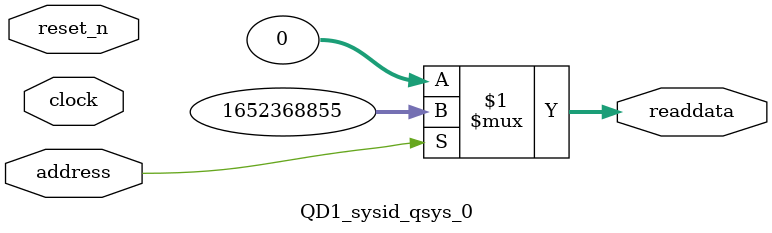
<source format=v>



// synthesis translate_off
`timescale 1ns / 1ps
// synthesis translate_on

// turn off superfluous verilog processor warnings 
// altera message_level Level1 
// altera message_off 10034 10035 10036 10037 10230 10240 10030 

module QD1_sysid_qsys_0 (
               // inputs:
                address,
                clock,
                reset_n,

               // outputs:
                readdata
             )
;

  output  [ 31: 0] readdata;
  input            address;
  input            clock;
  input            reset_n;

  wire    [ 31: 0] readdata;
  //control_slave, which is an e_avalon_slave
  assign readdata = address ? 1652368855 : 0;

endmodule




</source>
